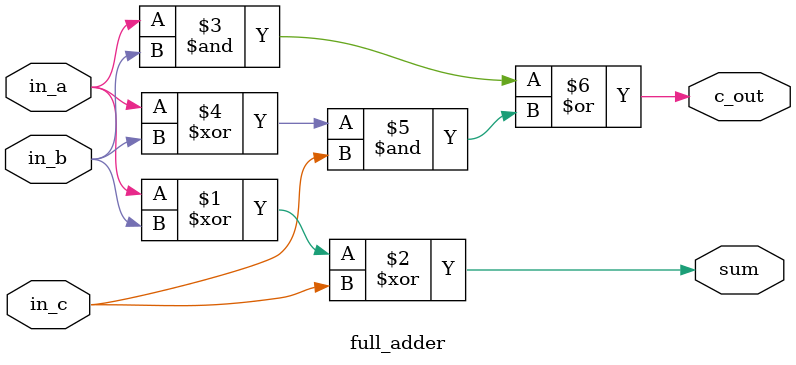
<source format=v>
module full_adder(
    in_a,
    in_b,
    in_c,
    c_out,
    sum
);

input in_a;
input in_b;
input in_c;
output c_out;
output sum;

 assign sum = in_a ^ in_b ^ in_c;
 assign c_out = (in_a & in_b) | ((in_a ^ in_b) & in_c);

endmodule
</source>
